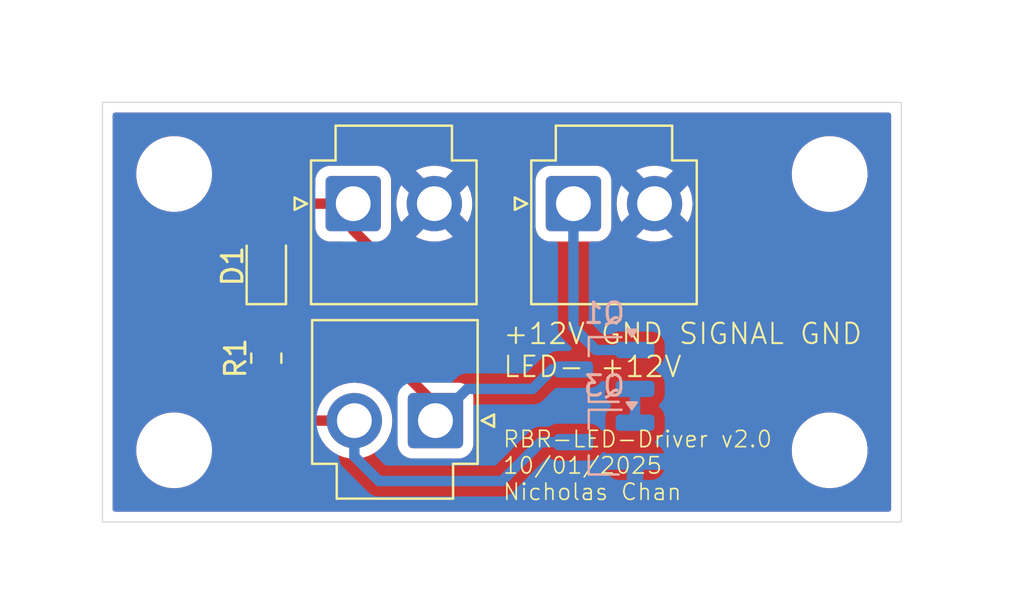
<source format=kicad_pcb>
(kicad_pcb (version 20240108) (generator "pcbnew") (generator_version "8.0")
  (layers (0 "F.Cu" signal) (31 "B.Cu" signal) (34 "B.Paste" user) (35 "F.Paste" user) (36 "B.SilkS" user "B.Silkscreen") (37 "F.SilkS" user "F.Silkscreen") (38 "B.Mask" user) (39 "F.Mask" user) (44 "Edge.Cuts" user))
  (net 0 "")
  (net 1 "Net-(D1-K)")
  (net 2 "+12V")
  (net 3 "GND")
  (net 4 "/SIGNAL")
  (net 5 "/LED-")
  (net 6 "Net-(Q1-E)")
  (footprint "Connector_JST:JST_VH_B2P-VH_1x02_P3.96mm_Vertical" (layer "F.Cu") (at 116.2575 80.55 180)
    (property "Reference" "J3" (hide yes))
    (property "Value" "Conn_01x02")
    (fp_line (start 6.02 4.91) (end -2.06 4.91) (stroke (width 0.12)) (layer "F.SilkS"))
    (fp_line (start 6.02 -2.11) (end 6.02 4.91) (stroke (width 0.12)) (layer "F.SilkS"))
    (fp_line (start 4.82 -2.11) (end 6.02 -2.11) (stroke (width 0.12)) (layer "F.SilkS"))
    (fp_line (start 4.82 -3.81) (end 4.82 -2.11) (stroke (width 0.12)) (layer "F.SilkS"))
    (fp_line (start -0.86 -2.11) (end -0.86 -3.81) (stroke (width 0.12)) (layer "F.SilkS"))
    (fp_line (start -0.86 -3.81) (end 4.82 -3.81) (stroke (width 0.12)) (layer "F.SilkS"))
    (fp_line (start -2.06 4.91) (end -2.06 -2.11) (stroke (width 0.12)) (layer "F.SilkS"))
    (fp_line (start -2.06 -2.11) (end -0.86 -2.11) (stroke (width 0.12)) (layer "F.SilkS"))
    (fp_line (start -2.26 0) (end -2.86 0.3) (stroke (width 0.12)) (layer "F.SilkS"))
    (fp_line (start -2.86 0.3) (end -2.86 -0.3) (stroke (width 0.12)) (layer "F.SilkS"))
    (fp_line (start -2.86 -0.3) (end -2.26 0) (stroke (width 0.12)) (layer "F.SilkS"))
    (pad "1" thru_hole roundrect (at 0 0 180) (size 2.7 2.7) (drill 1.7) (layers "*.Cu" "*.Mask") (roundrect_rratio 0.092593) (net 2 "+12V"))
    (pad "2" thru_hole circle (at 3.96 0 180) (size 2.7 2.7) (drill 1.7) (layers "*.Cu" "*.Mask") (net 5 "/LED-"))
  )
  (footprint "Connector_JST:JST_VH_B2P-VH_1x02_P3.96mm_Vertical" (layer "F.Cu") (at 122.9925 69.95)
    (property "Reference" "J2" (hide yes))
    (property "Value" "Conn_01x02")
    (fp_line (start -2.86 -0.3) (end -2.26 0) (stroke (width 0.12)) (layer "F.SilkS"))
    (fp_line (start -2.86 0.3) (end -2.86 -0.3) (stroke (width 0.12)) (layer "F.SilkS"))
    (fp_line (start -2.26 0) (end -2.86 0.3) (stroke (width 0.12)) (layer "F.SilkS"))
    (fp_line (start -2.06 -2.11) (end -0.86 -2.11) (stroke (width 0.12)) (layer "F.SilkS"))
    (fp_line (start -2.06 4.91) (end -2.06 -2.11) (stroke (width 0.12)) (layer "F.SilkS"))
    (fp_line (start -0.86 -3.81) (end 4.82 -3.81) (stroke (width 0.12)) (layer "F.SilkS"))
    (fp_line (start -0.86 -2.11) (end -0.86 -3.81) (stroke (width 0.12)) (layer "F.SilkS"))
    (fp_line (start 4.82 -3.81) (end 4.82 -2.11) (stroke (width 0.12)) (layer "F.SilkS"))
    (fp_line (start 4.82 -2.11) (end 6.02 -2.11) (stroke (width 0.12)) (layer "F.SilkS"))
    (fp_line (start 6.02 -2.11) (end 6.02 4.91) (stroke (width 0.12)) (layer "F.SilkS"))
    (fp_line (start 6.02 4.91) (end -2.06 4.91) (stroke (width 0.12)) (layer "F.SilkS"))
    (pad "1" thru_hole roundrect (at 0 0) (size 2.7 2.7) (drill 1.7) (layers "*.Cu" "*.Mask") (roundrect_rratio 0.092593) (net 4 "/SIGNAL"))
    (pad "2" thru_hole circle (at 3.96 0) (size 2.7 2.7) (drill 1.7) (layers "*.Cu" "*.Mask") (net 3 "GND"))
  )
  (footprint "Connector_JST:JST_VH_B2P-VH_1x02_P3.96mm_Vertical" (layer "F.Cu") (at 112.2425 69.95)
    (property "Reference" "J1" (hide yes))
    (property "Value" "Conn_01x02")
    (fp_line (start -2.86 -0.3) (end -2.26 0) (stroke (width 0.12)) (layer "F.SilkS"))
    (fp_line (start -2.86 0.3) (end -2.86 -0.3) (stroke (width 0.12)) (layer "F.SilkS"))
    (fp_line (start -2.26 0) (end -2.86 0.3) (stroke (width 0.12)) (layer "F.SilkS"))
    (fp_line (start -2.06 -2.11) (end -0.86 -2.11) (stroke (width 0.12)) (layer "F.SilkS"))
    (fp_line (start -2.06 4.91) (end -2.06 -2.11) (stroke (width 0.12)) (layer "F.SilkS"))
    (fp_line (start -0.86 -3.81) (end 4.82 -3.81) (stroke (width 0.12)) (layer "F.SilkS"))
    (fp_line (start -0.86 -2.11) (end -0.86 -3.81) (stroke (width 0.12)) (layer "F.SilkS"))
    (fp_line (start 4.82 -3.81) (end 4.82 -2.11) (stroke (width 0.12)) (layer "F.SilkS"))
    (fp_line (start 4.82 -2.11) (end 6.02 -2.11) (stroke (width 0.12)) (layer "F.SilkS"))
    (fp_line (start 6.02 -2.11) (end 6.02 4.91) (stroke (width 0.12)) (layer "F.SilkS"))
    (fp_line (start 6.02 4.91) (end -2.06 4.91) (stroke (width 0.12)) (layer "F.SilkS"))
    (pad "1" thru_hole roundrect (at 0 0) (size 2.7 2.7) (drill 1.7) (layers "*.Cu" "*.Mask") (roundrect_rratio 0.092593) (net 2 "+12V"))
    (pad "2" thru_hole circle (at 3.96 0) (size 2.7 2.7) (drill 1.7) (layers "*.Cu" "*.Mask") (net 3 "GND"))
  )
  (footprint "MountingHole:MountingHole_3.2mm_M3" (layer "F.Cu") (at 103.5 82)
    (property "Reference" "H3" (hide yes))
    (property "Value" "MountingHole")
    (pad "" np_thru_hole circle (at 0 0) (size 3.2 3.2) (drill 3.2) (layers "*.Cu" "*.Mask"))
  )
  (footprint "LED_SMD:LED_0805_2012Metric_Pad1.15x1.40mm_HandSolder" (layer "F.Cu") (at 108 73 90)
    (property "Reference" "D1" (at 0 -1.65 -90) (layer "F.SilkS"))
    (property "Value" "LED")
    (fp_line (start 1 -0.96) (end -1.86 -0.96) (stroke (width 0.12)) (layer "F.SilkS"))
    (fp_line (start -1.86 -0.96) (end -1.86 0.96) (stroke (width 0.12)) (layer "F.SilkS"))
    (fp_line (start -1.86 0.96) (end 1 0.96) (stroke (width 0.12)) (layer "F.SilkS"))
    (pad "1" smd roundrect (at -1.025 0 90) (size 1.15 1.4) (layers "F.Cu" "F.Paste" "F.Mask") (roundrect_rratio 0.217391) (net 1 "Net-(D1-K)"))
    (pad "2" smd roundrect (at 1.025 0 90) (size 1.15 1.4) (layers "F.Cu" "F.Paste" "F.Mask") (roundrect_rratio 0.217391) (net 2 "+12V"))
  )
  (footprint "MountingHole:MountingHole_3.2mm_M3" (layer "F.Cu") (at 103.5 68.5)
    (property "Reference" "H1" (hide yes))
    (property "Value" "MountingHole")
    (pad "" np_thru_hole circle (at 0 0) (size 3.2 3.2) (drill 3.2) (layers "*.Cu" "*.Mask"))
  )
  (footprint "MountingHole:MountingHole_3.2mm_M3" (layer "F.Cu") (at 135.5 68.5)
    (property "Reference" "H2" (hide yes))
    (property "Value" "MountingHole")
    (pad "" np_thru_hole circle (at 0 0) (size 3.2 3.2) (drill 3.2) (layers "*.Cu" "*.Mask"))
  )
  (footprint "Resistor_SMD:R_0805_2012Metric_Pad1.20x1.40mm_HandSolder" (layer "F.Cu") (at 108 77.5 -90)
    (property "Reference" "R1" (at 0 1.5 90) (layer "F.SilkS"))
    (property "Value" "1k")
    (fp_line (start -0.227064 0.735) (end 0.227064 0.735) (stroke (width 0.12)) (layer "F.SilkS"))
    (fp_line (start -0.227064 -0.735) (end 0.227064 -0.735) (stroke (width 0.12)) (layer "F.SilkS"))
    (pad "1" smd roundrect (at -1 0 270) (size 1.2 1.4) (layers "F.Cu" "F.Paste" "F.Mask") (roundrect_rratio 0.208333) (net 1 "Net-(D1-K)"))
    (pad "2" smd roundrect (at 1 0 270) (size 1.2 1.4) (layers "F.Cu" "F.Paste" "F.Mask") (roundrect_rratio 0.208333) (net 5 "/LED-"))
  )
  (footprint "MountingHole:MountingHole_3.2mm_M3" (layer "F.Cu") (at 135.5 82)
    (property "Reference" "H4" (hide yes))
    (property "Value" "MountingHole")
    (pad "" np_thru_hole circle (at 0 0) (size 3.2 3.2) (drill 3.2) (layers "*.Cu" "*.Mask"))
  )
  (footprint "Package_TO_SOT_SMD:SOT-23_Handsoldering" (layer "B.Cu") (at 124.5 81.6 180)
    (property "Reference" "Q3" (at 0 2.75 180) (layer "B.SilkS") (effects (justify mirror)))
    (property "Value" "2N7002")
    (fp_line (start 0.76 1.58) (end -0.04 1.58) (stroke (width 0.12)) (layer "B.SilkS"))
    (fp_line (start 0.76 0.65) (end 0.76 1.58) (stroke (width 0.12)) (layer "B.SilkS"))
    (fp_line (start 0.76 -0.65) (end 0.76 -1.58) (stroke (width 0.12)) (layer "B.SilkS"))
    (fp_line (start -0.7 -1.58) (end 0.76 -1.58) (stroke (width 0.12)) (layer "B.SilkS"))
    (fp_line (start -0.84 1.58) (end -0.04 1.58) (stroke (width 0.12)) (layer "B.SilkS"))
    (fp_poly (pts (xy -1.34 1.61) (xy -1.58 1.94) (xy -1.1 1.94) (xy -1.34 1.61)) (stroke (width 0.12)) (fill solid) (layer "B.SilkS"))
    (pad "1" smd roundrect (at -1.5 0.95 180) (size 1.9 0.8) (layers "B.Cu" "B.Paste" "B.Mask") (net 6 "Net-(Q1-E)"))
    (pad "2" smd roundrect (at -1.5 -0.95 180) (size 1.9 0.8) (layers "B.Cu" "B.Paste" "B.Mask") (net 3 "GND"))
    (pad "3" smd roundrect (at 1.5 0 180) (size 1.9 0.8) (layers "B.Cu" "B.Paste" "B.Mask") (net 5 "/LED-"))
  )
  (footprint "Package_TO_SOT_SMD:SOT-23_Handsoldering" (layer "B.Cu") (at 124.5 78.05 180)
    (property "Reference" "Q1" (at 0 2.75 180) (layer "B.SilkS") (effects (justify mirror)))
    (property "Value" "MMBT3904")
    (fp_line (start 0.76 1.58) (end -0.04 1.58) (stroke (width 0.12)) (layer "B.SilkS"))
    (fp_line (start 0.76 0.65) (end 0.76 1.58) (stroke (width 0.12)) (layer "B.SilkS"))
    (fp_line (start 0.76 -0.65) (end 0.76 -1.58) (stroke (width 0.12)) (layer "B.SilkS"))
    (fp_line (start -0.7 -1.58) (end 0.76 -1.58) (stroke (width 0.12)) (layer "B.SilkS"))
    (fp_line (start -0.84 1.58) (end -0.04 1.58) (stroke (width 0.12)) (layer "B.SilkS"))
    (fp_poly (pts (xy -1.34 1.61) (xy -1.58 1.94) (xy -1.1 1.94) (xy -1.34 1.61)) (stroke (width 0.12)) (fill solid) (layer "B.SilkS"))
    (pad "1" smd roundrect (at -1.5 0.95 180) (size 1.9 0.8) (layers "B.Cu" "B.Paste" "B.Mask") (net 4 "/SIGNAL"))
    (pad "2" smd roundrect (at -1.5 -0.95 180) (size 1.9 0.8) (layers "B.Cu" "B.Paste" "B.Mask") (net 6 "Net-(Q1-E)"))
    (pad "3" smd roundrect (at 1.5 0 180) (size 1.9 0.8) (layers "B.Cu" "B.Paste" "B.Mask") (net 2 "+12V"))
  )
  (gr_rect (start 100 65) (end 139 85.5) (stroke (width 0.05)) (fill none) (layer "Edge.Cuts"))
  (gr_text "+12V GND SIGNAL GND\nLED- +12V" (at 119.5 78.5 0) (layer "F.SilkS") (effects (font (size 1 1) (thickness 0.1)) (justify left bottom)))
  (gr_text "RBR-LED-Driver v2.0\n10/01/2025\nNicholas Chan" (at 119.5 84.5 0) (layer "F.SilkS") (effects (font (size 0.8 0.8) (thickness 0.08) (bold yes)) (justify left bottom)))
  (segment (start 108 74.025) (end 108 76.5) (width 0.508) (layer "F.Cu") (net 1))
  (segment (start 112.2425 71.2425) (end 112.2425 69.95) (width 0.508) (layer "F.Cu") (net 2))
  (segment (start 116.2575 80.55) (end 116.2575 79.7575) (width 0.508) (layer "F.Cu") (net 2))
  (segment (start 109.05 69.95) (end 108 71) (width 0.508) (layer "F.Cu") (net 2))
  (segment (start 116.2575 79.7575) (end 114 77.5) (width 0.508) (layer "F.Cu") (net 2))
  (segment (start 108 71) (end 108 71.975) (width 0.508) (layer "F.Cu") (net 2))
  (segment (start 114 77.5) (end 114 73) (width 0.508) (layer "F.Cu") (net 2))
  (segment (start 114 73) (end 112.2425 71.2425) (width 0.508) (layer "F.Cu") (net 2))
  (segment (start 112.2425 69.95) (end 109.05 69.95) (width 0.508) (layer "F.Cu") (net 2))
  (segment (start 121 79) (end 117.8075 79) (width 0.508) (layer "B.Cu") (net 2))
  (segment (start 121.95 78.05) (end 121 79) (width 0.508) (layer "B.Cu") (net 2))
  (segment (start 123 78.05) (end 121.95 78.05) (width 0.508) (layer "B.Cu") (net 2))
  (segment (start 117.8075 79) (end 116.2575 80.55) (width 0.508) (layer "B.Cu") (net 2))
  (segment (start 124.1 77.1) (end 122.9925 75.9925) (width 0.508) (layer "B.Cu") (net 4))
  (segment (start 126 77.1) (end 124.1 77.1) (width 0.508) (layer "B.Cu") (net 4))
  (segment (start 122.9925 75.9925) (end 122.9925 69.95) (width 0.508) (layer "B.Cu") (net 4))
  (segment (start 108 79.5) (end 109.05 80.55) (width 0.508) (layer "F.Cu") (net 5))
  (segment (start 108 78.5) (end 108 79.5) (width 0.508) (layer "F.Cu") (net 5))
  (segment (start 109.05 80.55) (end 112.2975 80.55) (width 0.508) (layer "F.Cu") (net 5))
  (segment (start 123 81.6) (end 121.4 81.6) (width 0.508) (layer "B.Cu") (net 5))
  (segment (start 121.4 81.6) (end 119.5 83.5) (width 0.508) (layer "B.Cu") (net 5))
  (segment (start 113.5 83.5) (end 112.2975 82.2975) (width 0.508) (layer "B.Cu") (net 5))
  (segment (start 119.5 83.5) (end 113.5 83.5) (width 0.508) (layer "B.Cu") (net 5))
  (segment (start 112.2975 82.2975) (end 112.2975 80.55) (width 0.508) (layer "B.Cu") (net 5))
  (segment (start 126 79) (end 126 80.65) (width 0.508) (layer "B.Cu") (net 6))
  (zone (net 3) (net_name "GND") (layers "F&B.Cu") (connect_pads (clearance 0.5)) (min_thickness 0.25) (fill yes (thermal_gap 0.5) (thermal_bridge_width 1))
    (polygon (pts (xy 95 60) (xy 145 60) (xy 145 90) (xy 95 90)))
  )
)
</source>
